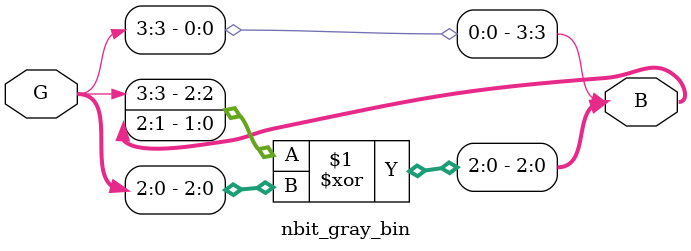
<source format=v>
module nbit_gray_bin #(parameter n=4)
(input [n-1:0]G,
output [n-1:0]B);

assign B = {G[n-1],B[n-1:1]^G[n-2:0]};

endmodule 
</source>
